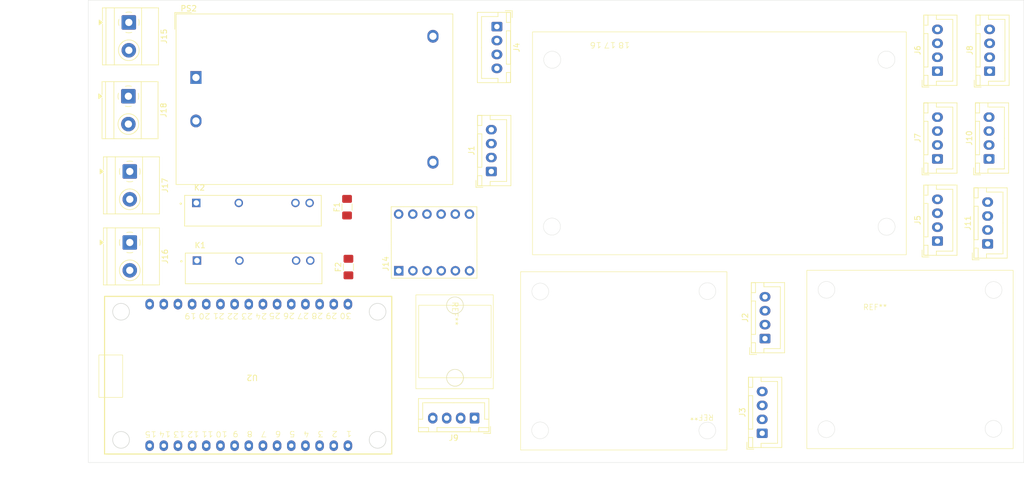
<source format=kicad_pcb>
(kicad_pcb (version 20241229) (generator "pcbnew") (generator_version "9.0")
  (layers (0 "F.Cu" signal) (2 "B.Cu" signal) (13 "F.Paste" user) (15 "B.Paste" user) (5 "F.SilkS" user "F.Silkscreen") (7 "B.SilkS" user "B.Silkscreen") (1 "F.Mask" user) (3 "B.Mask" user) (25 "Edge.Cuts" user))
  (net 0 "")
  (net 1 "/SDA")
  (net 2 "/GND")
  (net 3 "/VCC")
  (net 4 "/SCL")
  (net 5 "/TX")
  (net 6 "/RX")
  (net 7 "Net-(J9-Pin_4)")
  (net 8 "Net-(J10-Pin_4)")
  (net 9 "Net-(J11-Pin_4)")
  (net 10 "Net-(J14-HV1)")
  (net 11 "Net-(J14-LV1)")
  (net 15 "Net-(J14-LV2)")
  (net 17 "Net-(J14-HV2)")
  (net 18 "Net-(J15-Pin_2)")
  (net 19 "Net-(J15-Pin_1)")
  (net 20 "Net-(J14-HV)")
  (net 21 "/OUT2")
  (net 22 "/OUT1")
  (net 23 "Net-(F2-Pad1)")
  (net 24 "Net-(F1-Pad2)")
  (footprint "G3MB-202P:RELAY_G3MB202PDC12" (layer "F.Cu") (at 102.76 71.55)
    (property "Reference" "K2" (at -9.588675 -4.140905 0) (layer "F.SilkS") (effects (font (size 1.001425 1.001425))))
    (property "Value" "G3MB-202P")
    (pad "1" thru_hole rect (at -10.16 -1.4) (size 1.508 1.508) (drill 1) (layers "*.Cu" "*.Mask") (net 18 "Net-(J15-Pin_2)"))
    (pad "2" thru_hole circle (at -2.54 -1.4) (size 1.508 1.508) (drill 1) (layers "*.Cu" "*.Mask") (net 24 "Net-(F1-Pad2)"))
    (pad "3" thru_hole circle (at 7.62 -1.4) (size 1.508 1.508) (drill 1) (layers "*.Cu" "*.Mask") (net 10 "Net-(J14-HV1)"))
    (pad "4" thru_hole circle (at 10.16 -1.4) (size 1.508 1.508) (drill 1) (layers "*.Cu" "*.Mask") (net 2 "/GND"))
  )
  (footprint "USERMADE:SEN0460" (layer "F.Cu") (at 185.75 59.5)
    (property "Reference" "REF**" (hide yes))
    (property "Value" "SEN0460" (hide yes))
    (fp_circle (center -29.377457 14.897543) (end -27.952457 15.447543) (stroke (width 0.05)) (fill no) (layer "Edge.Cuts"))
    (fp_circle (center -29.325 -15.052457) (end -27.9 -14.502457) (stroke (width 0.05)) (fill no) (layer "Edge.Cuts"))
    (fp_circle (center 30.597543 -15.075) (end 32.022543 -14.525) (stroke (width 0.05)) (fill no) (layer "Edge.Cuts"))
    (fp_circle (center 30.627457 14.925) (end 32.052457 15.475) (stroke (width 0.05)) (fill no) (layer "Edge.Cuts"))
  )
  (footprint "Connector_JST:JST_XH_B4B-XH-A_1x04_P2.50mm_Vertical" (layer "F.Cu") (at 234.75 62.25 90)
    (property "Reference" "J10" (at 3.75 -3.55 90) (layer "F.SilkS"))
    (property "Value" "I2C4")
    (pad "1" thru_hole roundrect (at 0 0 90) (size 1.7 1.95) (drill 0.95) (layers "*.Cu" "*.Mask") (roundrect_rratio 0.147059) (net 2 "/GND"))
    (pad "2" thru_hole oval (at 2.5 0 90) (size 1.7 1.95) (drill 0.95) (layers "*.Cu" "*.Mask") (net 2 "/GND"))
    (pad "3" thru_hole oval (at 5 0 90) (size 1.7 1.95) (drill 0.95) (layers "*.Cu" "*.Mask") (net 3 "/VCC"))
    (pad "4" thru_hole oval (at 7.5 0 90) (size 1.7 1.95) (drill 0.95) (layers "*.Cu" "*.Mask") (net 8 "Net-(J10-Pin_4)"))
  )
  (footprint "TerminalBlock_Phoenix:TerminalBlock_Phoenix_MKDS-1,5-2_1x02_P5.00mm_Horizontal" (layer "F.Cu") (at 80.6725 64.5 -90)
    (property "Reference" "J17" (at 2.5 -6.32 90) (layer "F.SilkS"))
    (property "Value" "Screw_Terminal_01x02")
    (pad "1" thru_hole roundrect (at 0 0 270) (size 2.6 2.6) (drill 1.3) (layers "*.Cu" "*.Mask") (roundrect_rratio 0.096154) (net 22 "/OUT1"))
    (pad "2" thru_hole circle (at 5 0 270) (size 2.6 2.6) (drill 1.3) (layers "*.Cu" "*.Mask") (net 19 "Net-(J15-Pin_1)"))
  )
  (footprint "Connector_JST:JST_XH_B4B-XH-A_1x04_P2.50mm_Vertical" (layer "F.Cu") (at 234.5 77.5 90)
    (property "Reference" "J11" (at 3.75 -3.55 90) (layer "F.SilkS"))
    (property "Value" "I2C4")
    (pad "1" thru_hole roundrect (at 0 0 90) (size 1.7 1.95) (drill 0.95) (layers "*.Cu" "*.Mask") (roundrect_rratio 0.147059) (net 2 "/GND"))
    (pad "2" thru_hole oval (at 2.5 0 90) (size 1.7 1.95) (drill 0.95) (layers "*.Cu" "*.Mask") (net 2 "/GND"))
    (pad "3" thru_hole oval (at 5 0 90) (size 1.7 1.95) (drill 0.95) (layers "*.Cu" "*.Mask") (net 3 "/VCC"))
    (pad "4" thru_hole oval (at 7.5 0 90) (size 1.7 1.95) (drill 0.95) (layers "*.Cu" "*.Mask") (net 9 "Net-(J11-Pin_4)"))
  )
  (footprint "Connector_JST:JST_XH_B4B-XH-A_1x04_P2.50mm_Vertical" (layer "F.Cu") (at 142.5 108.775 180)
    (property "Reference" "J9" (at 3.75 -3.55 0) (layer "F.SilkS"))
    (property "Value" "~")
    (pad "1" thru_hole roundrect (at 0 0 180) (size 1.7 1.95) (drill 0.95) (layers "*.Cu" "*.Mask") (roundrect_rratio 0.147059) (net 2 "/GND"))
    (pad "2" thru_hole oval (at 2.5 0 180) (size 1.7 1.95) (drill 0.95) (layers "*.Cu" "*.Mask") (net 2 "/GND"))
    (pad "3" thru_hole oval (at 5 0 180) (size 1.7 1.95) (drill 0.95) (layers "*.Cu" "*.Mask") (net 3 "/VCC"))
    (pad "4" thru_hole oval (at 7.5 0 180) (size 1.7 1.95) (drill 0.95) (layers "*.Cu" "*.Mask") (net 7 "Net-(J9-Pin_4)"))
  )
  (footprint "DEVKIT_V1_ESP32-WROOM-32:ESP32_30pin" (layer "F.Cu") (at 102.25 101.25 180)
    (property "Reference" "U2" (at -0.395187 -0.27246 180) (layer "F.SilkS"))
    (property "Value" "~")
    (fp_circle (center 23.14 11.57) (end 24.64 11.57) (stroke (width 0.1)) (fill no) (layer "Edge.Cuts"))
    (fp_circle (center 23.14 -11.43) (end 24.64 -11.43) (stroke (width 0.1)) (fill no) (layer "Edge.Cuts"))
    (fp_circle (center -22.86 11.57) (end -21.36 11.57) (stroke (width 0.1)) (fill no) (layer "Edge.Cuts"))
    (fp_circle (center -22.86 -11.43) (end -21.36 -11.43) (stroke (width 0.1)) (fill no) (layer "Edge.Cuts"))
    (fp_text user "6" (at -5.596175 -9.77359 180) (layer "F.SilkS") (effects (font (size 1 1.1) (thickness 0.1)) (justify left bottom)))
    (fp_text user "22" (at 1.986542 11.373831 180) (layer "F.SilkS") (effects (font (size 1 1.1) (thickness 0.1)) (justify left bottom)))
    (fp_text user "8" (at -0.516175 -9.77359 180) (layer "F.SilkS") (effects (font (size 1 1.1) (thickness 0.1)) (justify left bottom)))
    (fp_text user "17" (at -65.625398 60.018478 180) (layer "F.SilkS") (effects (font (size 1 1.1) (thickness 0.1)) (justify left bottom)))
    (fp_text user "29" (at -15.692504 11.429083 180) (layer "F.SilkS") (effects (font (size 1 1.1) (thickness 0.1)) (justify left bottom)))
    (fp_text user "7" (at -3.056175 -9.77359 180) (layer "F.SilkS") (effects (font (size 1 1.1) (thickness 0.1)) (justify left bottom)))
    (fp_text user "28" (at -13.152504 11.429083 180) (layer "F.SilkS") (effects (font (size 1 1.1) (thickness 0.1)) (justify left bottom)))
    (fp_text user "16" (at -63.085398 60.018478 180) (layer "F.SilkS") (effects (font (size 1 1.1) (thickness 0.1)) (justify left bottom)))
    (fp_text user "10" (at 4.015525 -9.834583 180) (layer "F.SilkS") (effects (font (size 1 1.1) (thickness 0.1)) (justify left bottom)))
    (fp_text user "18" (at -68.165398 60.018478 180) (layer "F.SilkS") (effects (font (size 1 1.1) (thickness 0.1)) (justify left bottom)))
    (fp_text user "27" (at -10.612504 11.429083 180) (layer "F.SilkS") (effects (font (size 1 1.1) (thickness 0.1)) (justify left bottom)))
    (fp_text user "19" (at 9.606542 11.373831 180) (layer "F.SilkS") (effects (font (size 1 1.1) (thickness 0.1)) (justify left bottom)))
    (fp_text user "13" (at 11.635525 -9.834583 180) (layer "F.SilkS") (effects (font (size 1 1.1) (thickness 0.1)) (justify left bottom)))
    (fp_text user "20" (at 7.066542 11.373831 180) (layer "F.SilkS") (effects (font (size 1 1.1) (thickness 0.1)) (justify left bottom)))
    (fp_text user "30" (at -18.232504 11.429083 180) (layer "F.SilkS") (effects (font (size 1 1.1) (thickness 0.1)) (justify left bottom)))
    (fp_text user "12" (at 9.095525 -9.834583 180) (layer "F.SilkS") (effects (font (size 1 1.1) (thickness 0.1)) (justify left bottom)))
    (fp_text user "15" (at 16.715525 -9.834583 180) (layer "F.SilkS") (effects (font (size 1 1.1) (thickness 0.1)) (justify left bottom)))
    (fp_text user "25" (at -5.532504 11.429083 180) (layer "F.SilkS") (effects (font (size 1 1.1) (thickness 0.1)) (justify left bottom)))
    (fp_text user "3" (at -13.216175 -9.77359 180) (layer "F.SilkS") (effects (font (size 1 1.1) (thickness 0.1)) (justify left bottom)))
    (fp_text user "1" (at -18.296175 -9.77359 180) (layer "F.SilkS") (effects (font (size 1 1.1) (thickness 0.1)) (justify left bottom)))
    (fp_text user "11" (at 6.555525 -9.834583 180) (layer "F.SilkS") (effects (font (size 1 1.1) (thickness 0.1)) (justify left bottom)))
    (fp_text user "26" (at -8.072504 11.429083 180) (layer "F.SilkS") (effects (font (size 1 1.1) (thickness 0.1)) (justify left bottom)))
    (fp_text user "5" (at -8.136175 -9.77359 180) (layer "F.SilkS") (effects (font (size 1 1.1) (thickness 0.1)) (justify left bottom)))
    (fp_text user "2" (at -15.756175 -9.77359 180) (layer "F.SilkS") (effects (font (size 1 1.1) (thickness 0.1)) (justify left bottom)))
    (fp_text user "4" (at -10.676175 -9.77359 180) (layer "F.SilkS") (effects (font (size 1 1.1) (thickness 0.1)) (justify left bottom)))
    (fp_text user "9" (at 2.023825 -9.77359 180) (layer "F.SilkS") (effects (font (size 1 1.1) (thickness 0.1)) (justify left bottom)))
    (fp_text user "21" (at 4.526542 11.373831 180) (layer "F.SilkS") (effects (font (size 1 1.1) (thickness 0.1)) (justify left bottom)))
    (fp_text user "23" (at -0.553458 11.373831 180) (layer "F.SilkS") (effects (font (size 1 1.1) (thickness 0.1)) (justify left bottom)))
    (fp_text user "14" (at 14.175525 -9.834583 180) (layer "F.SilkS") (effects (font (size 1 1.1) (thickness 0.1)) (justify left bottom)))
    (fp_text user "24" (at -3.093458 11.373831 180) (layer "F.SilkS") (effects (font (size 1 1.1) (thickness 0.1)) (justify left bottom)))
    (pad "1" thru_hole oval (at -17.540187 -12.47246 180) (size 1.524 1.9) (drill 0.8) (layers "*.Cu" "*.Mask") (net 20 "Net-(J14-HV)"))
    (pad "2" thru_hole oval (at -15.000187 -12.47246 180) (size 1.524 1.9) (drill 0.8) (layers "*.Cu" "*.Mask") (net 2 "/GND"))
    (pad "3" thru_hole oval (at -12.460187 -12.47246 180) (size 1.524 1.9) (drill 0.8) (layers "*.Cu" "*.Mask"))
    (pad "4" thru_hole oval (at -9.920187 -12.47246 180) (size 1.524 1.9) (drill 0.8) (layers "*.Cu" "*.Mask"))
    (pad "5" thru_hole oval (at -7.380187 -12.47246 180) (size 1.524 1.9) (drill 0.8) (layers "*.Cu" "*.Mask"))
    (pad "6" thru_hole oval (at -4.840187 -12.47246 180) (size 1.524 1.9) (drill 0.8) (layers "*.Cu" "*.Mask"))
    (pad "7" thru_hole oval (at -2.300187 -12.47246 180) (size 1.524 1.9) (drill 0.8) (layers "*.Cu" "*.Mask"))
    (pad "8" thru_hole oval (at 0.239813 -12.47246 180) (size 1.524 1.9) (drill 0.8) (layers "*.Cu" "*.Mask"))
    (pad "9" thru_hole oval (at 2.779813 -12.47246 180) (size 1.524 1.9) (drill 0.8) (layers "*.Cu" "*.Mask") (net 11 "Net-(J14-LV1)"))
    (pad "10" thru_hole oval (at 5.319813 -12.47246 180) (size 1.524 1.9) (drill 0.8) (layers "*.Cu" "*.Mask") (net 15 "Net-(J14-LV2)"))
    (pad "11" thru_hole oval (at 7.859813 -12.47246 180) (size 1.524 1.9) (drill 0.8) (layers "*.Cu" "*.Mask") (net 9 "Net-(J11-Pin_4)"))
    (pad "12" thru_hole oval (at 10.399813 -12.47246 180) (size 1.524 1.9) (drill 0.8) (layers "*.Cu" "*.Mask") (net 8 "Net-(J10-Pin_4)"))
    (pad "13" thru_hole oval (at 12.939813 -12.47246 180) (size 1.524 1.9) (drill 0.8) (layers "*.Cu" "*.Mask"))
    (pad "14" thru_hole oval (at 15.479813 -12.47246 180) (size 1.524 1.9) (drill 0.8) (layers "*.Cu" "*.Mask") (net 7 "Net-(J9-Pin_4)"))
    (pad "15" thru_hole oval (at 18.019813 -12.47246 180) (size 1.524 1.9) (drill 0.8) (layers "*.Cu" "*.Mask"))
    (pad "16" thru_hole oval (at 18.019813 12.92754 180) (size 1.524 1.9) (drill 0.8) (layers "*.Cu" "*.Mask") (net 3 "/VCC"))
    (pad "17" thru_hole oval (at 15.479813 12.92754 180) (size 1.524 1.9) (drill 0.8) (layers "*.Cu" "*.Mask"))
    (pad "18" thru_hole oval (at 12.939813 12.92754 180) (size 1.524 1.9) (drill 0.8) (layers "*.Cu" "*.Mask"))
    (pad "19" thru_hole oval (at 10.399813 12.92754 180) (size 1.524 1.9) (drill 0.8) (layers "*.Cu" "*.Mask"))
    (pad "20" thru_hole oval (at 7.859813 12.92754 180) (size 1.524 1.9) (drill 0.8) (layers "*.Cu" "*.Mask"))
    (pad "21" thru_hole oval (at 5.319813 12.92754 180) (size 1.524 1.9) (drill 0.8) (layers "*.Cu" "*.Mask") (net 6 "/RX"))
    (pad "22" thru_hole oval (at 2.779813 12.92754 180) (size 1.524 1.9) (drill 0.8) (layers "*.Cu" "*.Mask") (net 5 "/TX"))
    (pad "23" thru_hole oval (at 0.239813 12.92754 180) (size 1.524 1.9) (drill 0.8) (layers "*.Cu" "*.Mask"))
    (pad "24" thru_hole oval (at -2.300187 12.92754 180) (size 1.524 1.9) (drill 0.8) (layers "*.Cu" "*.Mask"))
    (pad "25" thru_hole oval (at -4.840187 12.92754 180) (size 1.524 1.9) (drill 0.8) (layers "*.Cu" "*.Mask"))
    (pad "26" thru_hole oval (at -7.380187 12.92754 180) (size 1.524 1.9) (drill 0.8) (layers "*.Cu" "*.Mask") (net 1 "/SDA"))
    (pad "27" thru_hole oval (at -9.920187 12.92754 180) (size 1.524 1.9) (drill 0.8) (layers "*.Cu" "*.Mask"))
    (pad "28" thru_hole oval (at -12.460187 12.92754 180) (size 1.524 1.9) (drill 0.8) (layers "*.Cu" "*.Mask"))
    (pad "29" thru_hole oval (at -15.000187 12.92754 180) (size 1.524 1.9) (drill 0.8) (layers "*.Cu" "*.Mask"))
    (pad "30" thru_hole oval (at -17.540187 12.92754 180) (size 1.524 1.9) (drill 0.8) (layers "*.Cu" "*.Mask") (net 4 "/SCL"))
  )
  (footprint "USERMADE:Untitled_1" (layer "F.Cu") (at 139 95 -90)
    (property "Reference" "REF**" (at -4.969801 0 270) (layer "F.SilkS") (effects (font (thickness 0.1))))
    (property "Value" "Untitled_1")
    (fp_circle (center -6.475 0) (end -5.475 1.125) (stroke (width 0.05)) (fill no) (layer "Edge.Cuts"))
    (fp_circle (center 6.55 -0.025) (end 7.55 1.125) (stroke (width 0.05)) (fill no) (layer "Edge.Cuts"))
  )
  (footprint "USERMADE:I2c Level Shifter" (layer "F.Cu") (at 128.9 82.33 90)
    (property "Reference" "J14" (at 1.27 -2.33 90) (layer "F.SilkS"))
    (property "Value" "Level Shifter")
    (pad "1" thru_hole oval (at 10.17 12.68 90) (size 1.7 1.7) (drill 1) (layers "*.Cu" "*.Mask") (net 11 "Net-(J14-LV1)"))
    (pad "2" thru_hole oval (at 10.17 10.14 90) (size 1.7 1.7) (drill 1) (layers "*.Cu" "*.Mask") (net 15 "Net-(J14-LV2)"))
    (pad "3" thru_hole oval (at 10.17 7.6 90) (size 1.7 1.7) (drill 1) (layers "*.Cu" "*.Mask") (net 3 "/VCC"))
    (pad "4" thru_hole oval (at 10.17 5.06 90) (size 1.7 1.7) (drill 1) (layers "*.Cu" "*.Mask") (net 2 "/GND"))
    (pad "5" thru_hole oval (at 10.17 2.52 90) (size 1.7 1.7) (drill 1) (layers "*.Cu" "*.Mask"))
    (pad "6" thru_hole oval (at 10.17 -0.02 90) (size 1.7 1.7) (drill 1) (layers "*.Cu" "*.Mask"))
    (pad "7" thru_hole oval (at 0 12.7 90) (size 1.7 1.7) (drill 1) (layers "*.Cu" "*.Mask") (net 10 "Net-(J14-HV1)"))
    (pad "8" thru_hole oval (at 0 10.16 90) (size 1.7 1.7) (drill 1) (layers "*.Cu" "*.Mask") (net 17 "Net-(J14-HV2)"))
    (pad "9" thru_hole oval (at 0 7.62 90) (size 1.7 1.7) (drill 1) (layers "*.Cu" "*.Mask") (net 20 "Net-(J14-HV)"))
    (pad "10" thru_hole oval (at 0 5.08 90) (size 1.7 1.7) (drill 1) (layers "*.Cu" "*.Mask") (net 2 "/GND"))
    (pad "11" thru_hole oval (at 0 2.54 90) (size 1.7 1.7) (drill 1) (layers "*.Cu" "*.Mask"))
    (pad "12" thru_hole rect (at 0 0 90) (size 1.7 1.7) (drill 1) (layers "*.Cu" "*.Mask"))
  )
  (footprint "USERMADE:SEN0470" (layer "F.Cu") (at 169.575 97.25 180)
    (property "Reference" "REF**" (at -13.675 -11.375 180) (layer "F.SilkS") (effects (font (thickness 0.1))))
    (property "Value" "SEN0470")
    (fp_circle (center 15.319593 -13.725) (end 16.544593 -12.85) (stroke (width 0.05)) (fill no) (layer "Edge.Cuts"))
    (fp_circle (center 15.294593 11.2) (end 16.519593 12.075) (stroke (width 0.05)) (fill no) (layer "Edge.Cuts"))
    (fp_circle (center -14.655407 -13.75) (end -13.430407 -12.875) (stroke (width 0.05)) (fill no) (layer "Edge.Cuts"))
    (fp_circle (center -14.675 11.269593) (end -13.45 12.144593) (stroke (width 0.05)) (fill no) (layer "Edge.Cuts"))
  )
  (footprint "Connector_JST:JST_XH_B4B-XH-A_1x04_P2.50mm_Vertical" (layer "F.Cu") (at 225.5 77 90)
    (property "Reference" "J5" (at 3.75 -3.55 90) (layer "F.SilkS"))
    (property "Value" "I2C6")
    (pad "1" thru_hole roundrect (at 0 0 90) (size 1.7 1.95) (drill 0.95) (layers "*.Cu" "*.Mask") (roundrect_rratio 0.147059) (net 3 "/VCC"))
    (pad "2" thru_hole oval (at 2.5 0 90) (size 1.7 1.95) (drill 0.95) (layers "*.Cu" "*.Mask") (net 2 "/GND"))
    (pad "3" thru_hole oval (at 5 0 90) (size 1.7 1.95) (drill 0.95) (layers "*.Cu" "*.Mask") (net 4 "/SCL"))
    (pad "4" thru_hole oval (at 7.5 0 90) (size 1.7 1.95) (drill 0.95) (layers "*.Cu" "*.Mask") (net 1 "/SDA"))
  )
  (footprint "G3MB-202P:RELAY_G3MB202PDC12" (layer "F.Cu") (at 102.88 81.9)
    (property "Reference" "K1" (at -9.588675 -4.140905 0) (layer "F.SilkS") (effects (font (size 1.001425 1.001425))))
    (property "Value" "G3MB-202P")
    (pad "1" thru_hole rect (at -10.16 -1.4) (size 1.508 1.508) (drill 1) (layers "*.Cu" "*.Mask") (net 18 "Net-(J15-Pin_2)"))
    (pad "2" thru_hole circle (at -2.54 -1.4) (size 1.508 1.508) (drill 1) (layers "*.Cu" "*.Mask") (net 23 "Net-(F2-Pad1)"))
    (pad "3" thru_hole circle (at 7.62 -1.4) (size 1.508 1.508) (drill 1) (layers "*.Cu" "*.Mask") (net 17 "Net-(J14-HV2)"))
    (pad "4" thru_hole circle (at 10.16 -1.4) (size 1.508 1.508) (drill 1) (layers "*.Cu" "*.Mask") (net 2 "/GND"))
  )
  (footprint "TerminalBlock_Phoenix:TerminalBlock_Phoenix_MKDS-1,5-2_1x02_P5.00mm_Horizontal" (layer "F.Cu") (at 80.6725 77.25 -90)
    (property "Reference" "J16" (at 2.5 -6.32 90) (layer "F.SilkS"))
    (property "Value" "Screw_Terminal_01x02")
    (pad "1" thru_hole roundrect (at 0 0 270) (size 2.6 2.6) (drill 1.3) (layers "*.Cu" "*.Mask") (roundrect_rratio 0.096154) (net 21 "/OUT2"))
    (pad "2" thru_hole circle (at 5 0 270) (size 2.6 2.6) (drill 1.3) (layers "*.Cu" "*.Mask") (net 19 "Net-(J15-Pin_1)"))
  )
  (footprint "TerminalBlock_Phoenix:TerminalBlock_Phoenix_MKDS-1,5-2_1x02_P5.00mm_Horizontal" (layer "F.Cu") (at 80.5 37.75 -90)
    (property "Reference" "J15" (at 2.5 -6.32 90) (layer "F.SilkS"))
    (property "Value" "AC INPUT")
    (pad "1" thru_hole roundrect (at 0 0 270) (size 2.6 2.6) (drill 1.3) (layers "*.Cu" "*.Mask") (roundrect_rratio 0.096154) (net 19 "Net-(J15-Pin_1)"))
    (pad "2" thru_hole circle (at 5 0 270) (size 2.6 2.6) (drill 1.3) (layers "*.Cu" "*.Mask") (net 18 "Net-(J15-Pin_2)"))
  )
  (footprint "Converter_ACDC:Converter_ACDC_Hi-Link_HLK-10Mxx" (layer "F.Cu") (at 92.5375 47.6375)
    (property "Reference" "PS2" (at -1.3 -12.39 0) (layer "F.SilkS"))
    (property "Value" "HLK-10M05" (hide yes))
    (pad "1" thru_hole rect (at 0 0) (size 2 2.3) (drill 1.3) (layers "*.Cu" "*.Mask") (net 18 "Net-(J15-Pin_2)"))
    (pad "2" thru_hole oval (at 0 7.8) (size 2 2.3) (drill 1.3) (layers "*.Cu" "*.Mask") (net 19 "Net-(J15-Pin_1)"))
    (pad "3" thru_hole oval (at 42.5 -7.4) (size 2 2.3) (drill 1.3) (layers "*.Cu" "*.Mask") (net 2 "/GND"))
    (pad "4" thru_hole oval (at 42.5 15.2) (size 2 2.3) (drill 1.3) (layers "*.Cu" "*.Mask") (net 20 "Net-(J14-HV)"))
  )
  (footprint "Connector_JST:JST_XH_B4B-XH-A_1x04_P2.50mm_Vertical" (layer "F.Cu") (at 194.075 111.5 90)
    (property "Reference" "J3" (at 3.75 -3.55 90) (layer "F.SilkS"))
    (property "Value" "I2C1")
    (pad "1" thru_hole roundrect (at 0 0 90) (size 1.7 1.95) (drill 0.95) (layers "*.Cu" "*.Mask") (roundrect_rratio 0.147059) (net 3 "/VCC"))
    (pad "2" thru_hole oval (at 2.5 0 90) (size 1.7 1.95) (drill 0.95) (layers "*.Cu" "*.Mask") (net 2 "/GND"))
    (pad "3" thru_hole oval (at 5 0 90) (size 1.7 1.95) (drill 0.95) (layers "*.Cu" "*.Mask") (net 4 "/SCL"))
    (pad "4" thru_hole oval (at 7.5 0 90) (size 1.7 1.95) (drill 0.95) (layers "*.Cu" "*.Mask") (net 1 "/SDA"))
  )
  (footprint "Connector_JST:JST_XH_B4B-XH-A_1x04_P2.50mm_Vertical" (layer "F.Cu") (at 234.85 46.5 90)
    (property "Reference" "J8" (at 3.75 -3.55 90) (layer "F.SilkS"))
    (property "Value" "UART")
    (pad "1" thru_hole roundrect (at 0 0 90) (size 1.7 1.95) (drill 0.95) (layers "*.Cu" "*.Mask") (roundrect_rratio 0.147059) (net 3 "/VCC"))
    (pad "2" thru_hole oval (at 2.5 0 90) (size 1.7 1.95) (drill 0.95) (layers "*.Cu" "*.Mask") (net 2 "/GND"))
    (pad "3" thru_hole oval (at 5 0 90) (size 1.7 1.95) (drill 0.95) (layers "*.Cu" "*.Mask") (net 6 "/RX"))
    (pad "4" thru_hole oval (at 7.5 0 90) (size 1.7 1.95) (drill 0.95) (layers "*.Cu" "*.Mask") (net 5 "/TX"))
  )
  (footprint "Connector_JST:JST_XH_B4B-XH-A_1x04_P2.50mm_Vertical" (layer "F.Cu") (at 146.5 38.5 -90)
    (property "Reference" "J4" (at 3.75 -3.55 90) (layer "F.SilkS"))
    (property "Value" "I2C5")
    (pad "1" thru_hole roundrect (at 0 0 270) (size 1.7 1.95) (drill 0.95) (layers "*.Cu" "*.Mask") (roundrect_rratio 0.147059) (net 3 "/VCC"))
    (pad "2" thru_hole oval (at 2.5 0 270) (size 1.7 1.95) (drill 0.95) (layers "*.Cu" "*.Mask") (net 2 "/GND"))
    (pad "3" thru_hole oval (at 5 0 270) (size 1.7 1.95) (drill 0.95) (layers "*.Cu" "*.Mask") (net 4 "/SCL"))
    (pad "4" thru_hole oval (at 7.5 0 270) (size 1.7 1.95) (drill 0.95) (layers "*.Cu" "*.Mask") (net 1 "/SDA"))
  )
  (footprint "Fuse:Fuse_1206_3216Metric_Pad1.42x1.75mm_HandSolder" (layer "F.Cu") (at 119.88 81.6625 90)
    (property "Reference" "F2" (at 0 -1.82 90) (layer "F.SilkS"))
    (property "Value" "Fuse_Small")
    (pad "1" smd roundrect (at -1.4875 0 90) (size 1.425 1.75) (layers "F.Cu" "F.Mask" "F.Paste") (roundrect_rratio 0.175439) (net 23 "Net-(F2-Pad1)"))
    (pad "2" smd roundrect (at 1.4875 0 90) (size 1.425 1.75) (layers "F.Cu" "F.Mask" "F.Paste") (roundrect_rratio 0.175439) (net 22 "/OUT1"))
  )
  (footprint "USERMADE:SEN0470" (layer "F.Cu") (at 220.25 99.5)
    (property "Reference" "REF**" (at -5.925 -10.625 0) (layer "F.SilkS") (effects (font (thickness 0.1))))
    (property "Value" "SEN0470")
    (fp_circle (center -14.675 11.269593) (end -13.45 12.144593) (stroke (width 0.05)) (fill no) (layer "Edge.Cuts"))
    (fp_circle (center -14.655407 -13.75) (end -13.430407 -12.875) (stroke (width 0.05)) (fill no) (layer "Edge.Cuts"))
    (fp_circle (center 15.294593 11.2) (end 16.519593 12.075) (stroke (width 0.05)) (fill no) (layer "Edge.Cuts"))
    (fp_circle (center 15.319593 -13.725) (end 16.544593 -12.85) (stroke (width 0.05)) (fill no) (layer "Edge.Cuts"))
  )
  (footprint "Connector_JST:JST_XH_B4B-XH-A_1x04_P2.50mm_Vertical" (layer "F.Cu") (at 194.575 94.5 90)
    (property "Reference" "J2" (at 3.75 -3.55 90) (layer "F.SilkS"))
    (property "Value" "I2C3")
    (pad "1" thru_hole roundrect (at 0 0 90) (size 1.7 1.95) (drill 0.95) (layers "*.Cu" "*.Mask") (roundrect_rratio 0.147059) (net 3 "/VCC"))
    (pad "2" thru_hole oval (at 2.5 0 90) (size 1.7 1.95) (drill 0.95) (layers "*.Cu" "*.Mask") (net 2 "/GND"))
    (pad "3" thru_hole oval (at 5 0 90) (size 1.7 1.95) (drill 0.95) (layers "*.Cu" "*.Mask") (net 4 "/SCL"))
    (pad "4" thru_hole oval (at 7.5 0 90) (size 1.7 1.95) (drill 0.95) (layers "*.Cu" "*.Mask") (net 1 "/SDA"))
  )
  (footprint "TerminalBlock_Phoenix:TerminalBlock_Phoenix_MKDS-1,5-2_1x02_P5.00mm_Horizontal" (layer "F.Cu") (at 80.4225 51 -90)
    (property "Reference" "J18" (at 2.5 -6.32 90) (layer "F.SilkS"))
    (property "Value" "AC OUTPUT")
    (pad "1" thru_hole roundrect (at 0 0 270) (size 2.6 2.6) (drill 1.3) (layers "*.Cu" "*.Mask") (roundrect_rratio 0.096154) (net 19 "Net-(J15-Pin_1)"))
    (pad "2" thru_hole circle (at 5 0 270) (size 2.6 2.6) (drill 1.3) (layers "*.Cu" "*.Mask") (net 18 "Net-(J15-Pin_2)"))
  )
  (footprint "Fuse:Fuse_1206_3216Metric_Pad1.42x1.75mm_HandSolder" (layer "F.Cu") (at 119.63 70.9125 90)
    (property "Reference" "F1" (at 0 -1.82 90) (layer "F.SilkS"))
    (property "Value" "Fuse_Small")
    (pad "1" smd roundrect (at -1.4875 0 90) (size 1.425 1.75) (layers "F.Cu" "F.Mask" "F.Paste") (roundrect_rratio 0.175439) (net 21 "/OUT2"))
    (pad "2" smd roundrect (at 1.4875 0 90) (size 1.425 1.75) (layers "F.Cu" "F.Mask" "F.Paste") (roundrect_rratio 0.175439) (net 24 "Net-(F1-Pad2)"))
  )
  (footprint "Connector_JST:JST_XH_B4B-XH-A_1x04_P2.50mm_Vertical" (layer "F.Cu") (at 145.5 64.5 90)
    (property "Reference" "J1" (at 3.75 -3.55 90) (layer "F.SilkS"))
    (property "Value" "I2C2")
    (pad "1" thru_hole roundrect (at 0 0 90) (size 1.7 1.95) (drill 0.95) (layers "*.Cu" "*.Mask") (roundrect_rratio 0.147059) (net 3 "/VCC"))
    (pad "2" thru_hole oval (at 2.5 0 90) (size 1.7 1.95) (drill 0.95) (layers "*.Cu" "*.Mask") (net 2 "/GND"))
    (pad "3" thru_hole oval (at 5 0 90) (size 1.7 1.95) (drill 0.95) (layers "*.Cu" "*.Mask") (net 4 "/SCL"))
    (pad "4" thru_hole oval (at 7.5 0 90) (size 1.7 1.95) (drill 0.95) (layers "*.Cu" "*.Mask") (net 1 "/SDA"))
  )
  (footprint "Connector_JST:JST_XH_B4B-XH-A_1x04_P2.50mm_Vertical" (layer "F.Cu") (at 225.5 46.5 90)
    (property "Reference" "J6" (at 3.75 -3.55 90) (layer "F.SilkS"))
    (property "Value" "I2C7")
    (pad "1" thru_hole roundrect (at 0 0 90) (size 1.7 1.95) (drill 0.95) (layers "*.Cu" "*.Mask") (roundrect_rratio 0.147059) (net 3 "/VCC"))
    (pad "2" thru_hole oval (at 2.5 0 90) (size 1.7 1.95) (drill 0.95) (layers "*.Cu" "*.Mask") (net 2 "/GND"))
    (pad "3" thru_hole oval (at 5 0 90) (size 1.7 1.95) (drill 0.95) (layers "*.Cu" "*.Mask") (net 4 "/SCL"))
    (pad "4" thru_hole oval (at 7.5 0 90) (size 1.7 1.95) (drill 0.95) (layers "*.Cu" "*.Mask") (net 1 "/SDA"))
  )
  (footprint "Connector_JST:JST_XH_B4B-XH-A_1x04_P2.50mm_Vertical" (layer "F.Cu") (at 225.5 62.25 90)
    (property "Reference" "J7" (at 3.75 -3.55 90) (layer "F.SilkS"))
    (property "Value" "I2C4")
    (pad "1" thru_hole roundrect (at 0 0 90) (size 1.7 1.95) (drill 0.95) (layers "*.Cu" "*.Mask") (roundrect_rratio 0.147059) (net 3 "/VCC"))
    (pad "2" thru_hole oval (at 2.5 0 90) (size 1.7 1.95) (drill 0.95) (layers "*.Cu" "*.Mask") (net 2 "/GND"))
    (pad "3" thru_hole oval (at 5 0 90) (size 1.7 1.95) (drill 0.95) (layers "*.Cu" "*.Mask") (net 4 "/SCL"))
    (pad "4" thru_hole oval (at 7.5 0 90) (size 1.7 1.95) (drill 0.95) (layers "*.Cu" "*.Mask") (net 1 "/SDA"))
  )
  (gr_rect (start 73.25 33.75) (end 241 116.75) (stroke (width 0.05)) (fill no) (layer "Edge.Cuts"))
)
</source>
